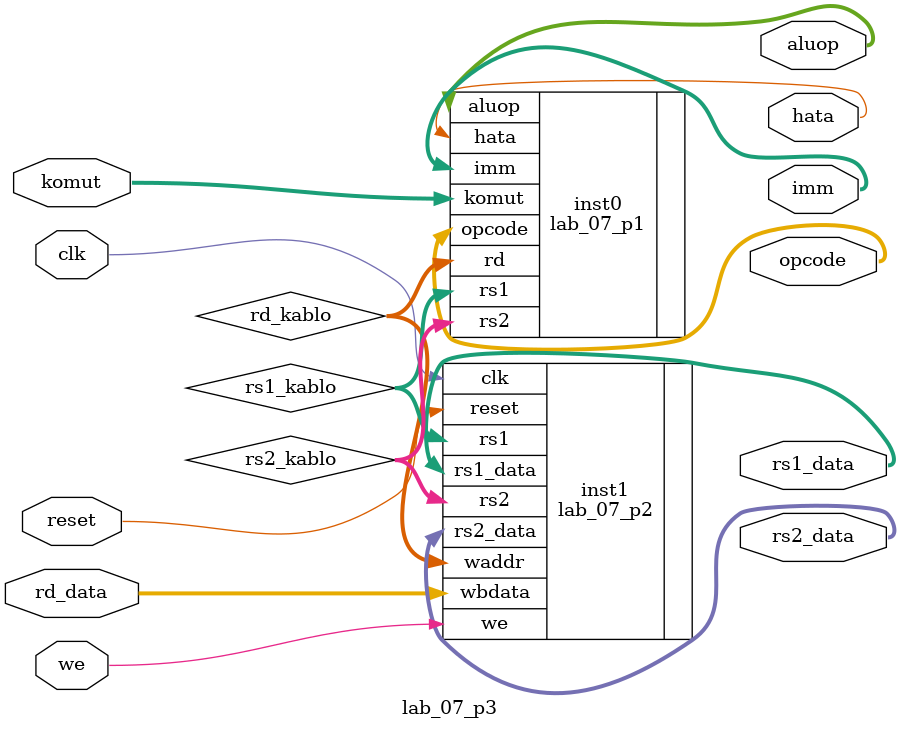
<source format=sv>
/* lab_07_p3 */

module lab_07_p3(
    input  logic            clk,reset,
    input  logic   [31:0]   komut,
    
    output logic    [6:0]   opcode,
    output logic    [3:0]   aluop,

    output logic   [31:0]   rs1_data, rs2_data, imm, 
    output logic            hata,
  
    input logic we,
    input logic [31:0] rd_data 
);

logic [4:0] rd_kablo;
logic [4:0] rs1_kablo;
logic [4:0] rs2_kablo;


lab_07_p1 inst0(.komut(komut), .rd(rd_kablo), .rs1(rs1_kablo), .rs2(rs2_kablo),
.opcode(opcode), .aluop(aluop), .imm(imm), .hata(hata));

lab_07_p2 inst1(.clk(clk), .reset(reset), .we(we), .wbdata(rd_data), 
.waddr(rd_kablo), .rs1(rs1_kablo), .rs2(rs2_kablo),.rs1_data(rs1_data),
.rs2_data(rs2_data));

endmodule


</source>
